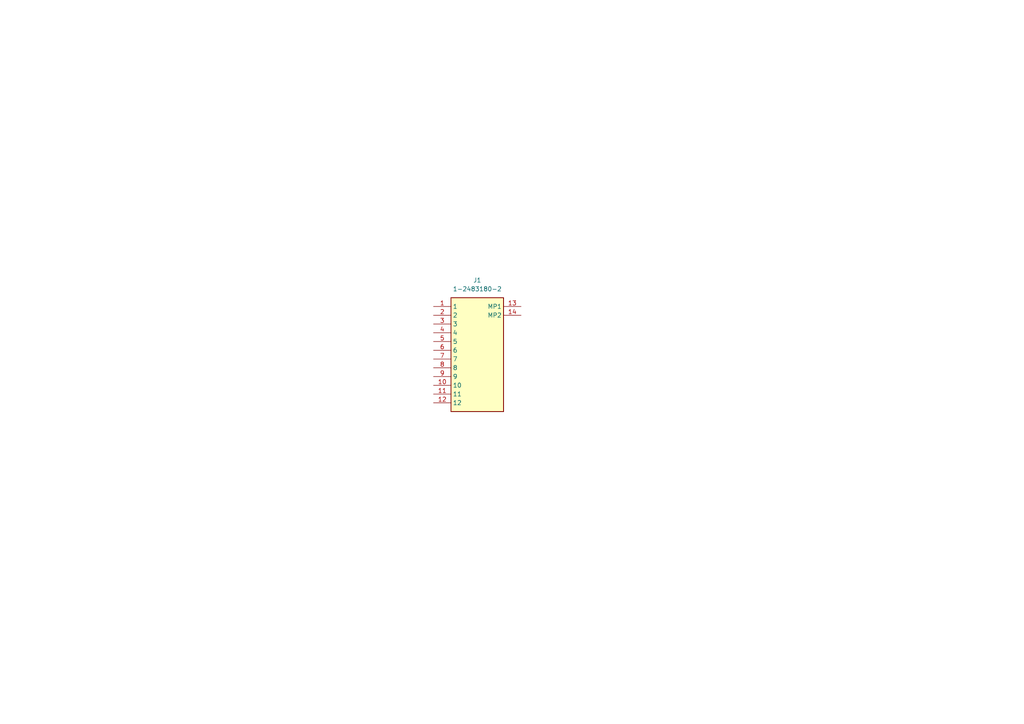
<source format=kicad_sch>
(kicad_sch (version 20250114) (generator "eeschema") (generator_version "9.0")
  (paper "A4")
  (lib_symbols
    (symbol "SamacSys_Parts:1-2483180-2"
      (property "Reference" "J" (at 21.59 7.62 0))
      (property "Value" "1-2483180-2" (at 21.59 5.08 0))
      (symbol "1-2483180-2_1_1"
        (rectangle (start 5.08 2.54) (end 20.32 -30.48) (stroke (width 0.254)) (fill (type background)))
        (pin passive line (at 0 0 0) (length 5.08) (name "1") (number "1"))
        (pin passive line (at 0 -2.54 0) (length 5.08) (name "2") (number "2"))
        (pin passive line (at 0 -5.08 0) (length 5.08) (name "3") (number "3"))
        (pin passive line (at 0 -7.62 0) (length 5.08) (name "4") (number "4"))
        (pin passive line (at 0 -10.16 0) (length 5.08) (name "5") (number "5"))
        (pin passive line (at 0 -12.7 0) (length 5.08) (name "6") (number "6"))
        (pin passive line (at 0 -15.24 0) (length 5.08) (name "7") (number "7"))
        (pin passive line (at 0 -17.78 0) (length 5.08) (name "8") (number "8"))
        (pin passive line (at 0 -20.32 0) (length 5.08) (name "9") (number "9"))
        (pin passive line (at 0 -22.86 0) (length 5.08) (name "10") (number "10"))
        (pin passive line (at 0 -25.4 0) (length 5.08) (name "11") (number "11"))
        (pin passive line (at 0 -27.94 0) (length 5.08) (name "12") (number "12"))
        (pin passive line (at 25.4 0 180) (length 5.08) (name "MP1") (number "13"))
        (pin passive line (at 25.4 -2.54 180) (length 5.08) (name "MP2") (number "14"))
      )
    )
  )
  (symbol (lib_id "SamacSys_Parts:1-2483180-2") (at 125.73 88.9 0) (unit 1)
    (property "Reference" "J1" (at 138.43 81.28 0))
    (property "Value" "1-2483180-2" (at 138.43 83.82 0))
    (property "Footprint" "1-2483180-2" (effects (hide yes)))
    (property "Datasheet" "https://www.te.com/commerce/DocumentDelivery/DDEController?Action=showdoc&DocId=Customer+Drawing%7F2483180%7FA1%7Fpdf%7FEnglish%7FENG_CD_2483180_A1.pdf%7F2483180-3" (effects (hide yes)))
    (property "Description" "PCB Mount Header, Vertical, Wire-to-Board, 12 Position, .8 mm [.031 in] Centerline, Header & Push-Push Assembly, Gold Flash, Surface Mount" (effects (hide yes)))
    (property "Height" "2.9" (effects (hide yes)))
    (property "Manufacturer_Name" "TE Connectivity" (effects (hide yes)))
    (property "Manufacturer_Part_Number" "1-2483180-2" (effects (hide yes)))
    (property "Mouser Part Number" "571-1-2483180-2" (effects (hide yes)))
    (property "Mouser Price/Stock" "https://www.mouser.co.uk/ProductDetail/TE-Connectivity/1-2483180-2?qs=a2MtRaTmNOSV0oP1fjpTHA%3D%3D" (effects (hide yes)))
    (property "Arrow Part Number" "1-2483180-2" (effects (hide yes)))
    (property "Arrow Price/Stock" "https://www.arrow.com/en/products/1-2483180-2/te-connectivity?utm_currency=USD&region=nac" (effects (hide yes)))
  )
)
</source>
